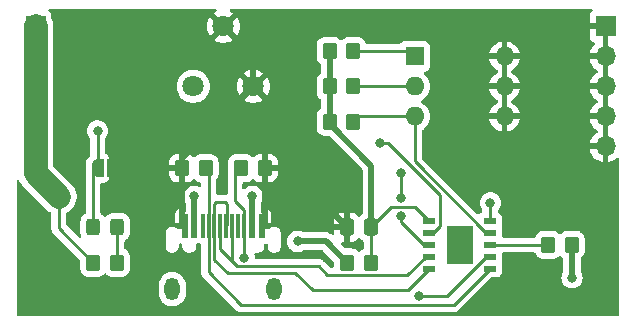
<source format=gtl>
%TF.GenerationSoftware,KiCad,Pcbnew,8.0.4*%
%TF.CreationDate,2025-01-04T18:25:06+00:00*%
%TF.ProjectId,breadboard_usb,62726561-6462-46f6-9172-645f7573622e,rev?*%
%TF.SameCoordinates,Original*%
%TF.FileFunction,Copper,L1,Top*%
%TF.FilePolarity,Positive*%
%FSLAX46Y46*%
G04 Gerber Fmt 4.6, Leading zero omitted, Abs format (unit mm)*
G04 Created by KiCad (PCBNEW 8.0.4) date 2025-01-04 18:25:06*
%MOMM*%
%LPD*%
G01*
G04 APERTURE LIST*
G04 Aperture macros list*
%AMRoundRect*
0 Rectangle with rounded corners*
0 $1 Rounding radius*
0 $2 $3 $4 $5 $6 $7 $8 $9 X,Y pos of 4 corners*
0 Add a 4 corners polygon primitive as box body*
4,1,4,$2,$3,$4,$5,$6,$7,$8,$9,$2,$3,0*
0 Add four circle primitives for the rounded corners*
1,1,$1+$1,$2,$3*
1,1,$1+$1,$4,$5*
1,1,$1+$1,$6,$7*
1,1,$1+$1,$8,$9*
0 Add four rect primitives between the rounded corners*
20,1,$1+$1,$2,$3,$4,$5,0*
20,1,$1+$1,$4,$5,$6,$7,0*
20,1,$1+$1,$6,$7,$8,$9,0*
20,1,$1+$1,$8,$9,$2,$3,0*%
%AMFreePoly0*
4,1,19,0.500000,-0.750000,0.000000,-0.750000,0.000000,-0.744911,-0.071157,-0.744911,-0.207708,-0.704816,-0.327430,-0.627875,-0.420627,-0.520320,-0.479746,-0.390866,-0.500000,-0.250000,-0.500000,0.250000,-0.479746,0.390866,-0.420627,0.520320,-0.327430,0.627875,-0.207708,0.704816,-0.071157,0.744911,0.000000,0.744911,0.000000,0.750000,0.500000,0.750000,0.500000,-0.750000,0.500000,-0.750000,
$1*%
%AMFreePoly1*
4,1,19,0.000000,0.744911,0.071157,0.744911,0.207708,0.704816,0.327430,0.627875,0.420627,0.520320,0.479746,0.390866,0.500000,0.250000,0.500000,-0.250000,0.479746,-0.390866,0.420627,-0.520320,0.327430,-0.627875,0.207708,-0.704816,0.071157,-0.744911,0.000000,-0.744911,0.000000,-0.750000,-0.500000,-0.750000,-0.500000,0.750000,0.000000,0.750000,0.000000,0.744911,0.000000,0.744911,
$1*%
G04 Aperture macros list end*
%TA.AperFunction,SMDPad,CuDef*%
%ADD10RoundRect,0.250000X0.350000X0.450000X-0.350000X0.450000X-0.350000X-0.450000X0.350000X-0.450000X0*%
%TD*%
%TA.AperFunction,SMDPad,CuDef*%
%ADD11FreePoly0,180.000000*%
%TD*%
%TA.AperFunction,SMDPad,CuDef*%
%ADD12FreePoly1,180.000000*%
%TD*%
%TA.AperFunction,SMDPad,CuDef*%
%ADD13RoundRect,0.250000X0.337500X0.475000X-0.337500X0.475000X-0.337500X-0.475000X0.337500X-0.475000X0*%
%TD*%
%TA.AperFunction,ComponentPad*%
%ADD14R,1.600000X1.600000*%
%TD*%
%TA.AperFunction,ComponentPad*%
%ADD15O,1.600000X1.600000*%
%TD*%
%TA.AperFunction,ComponentPad*%
%ADD16O,2.000000X3.000000*%
%TD*%
%TA.AperFunction,SMDPad,CuDef*%
%ADD17R,2.300000X3.200000*%
%TD*%
%TA.AperFunction,SMDPad,CuDef*%
%ADD18R,1.100000X0.510000*%
%TD*%
%TA.AperFunction,ComponentPad*%
%ADD19R,1.700000X1.700000*%
%TD*%
%TA.AperFunction,ComponentPad*%
%ADD20O,1.700000X1.700000*%
%TD*%
%TA.AperFunction,SMDPad,CuDef*%
%ADD21RoundRect,0.250000X-0.325000X-0.450000X0.325000X-0.450000X0.325000X0.450000X-0.325000X0.450000X0*%
%TD*%
%TA.AperFunction,SMDPad,CuDef*%
%ADD22RoundRect,0.250000X-0.350000X-0.450000X0.350000X-0.450000X0.350000X0.450000X-0.350000X0.450000X0*%
%TD*%
%TA.AperFunction,ComponentPad*%
%ADD23C,1.800000*%
%TD*%
%TA.AperFunction,SMDPad,CuDef*%
%ADD24R,0.600000X2.000000*%
%TD*%
%TA.AperFunction,SMDPad,CuDef*%
%ADD25R,0.300000X2.000000*%
%TD*%
%TA.AperFunction,ComponentPad*%
%ADD26O,1.300000X1.900000*%
%TD*%
%TA.AperFunction,ViaPad*%
%ADD27C,0.800000*%
%TD*%
%TA.AperFunction,Conductor*%
%ADD28C,0.500000*%
%TD*%
%TA.AperFunction,Conductor*%
%ADD29C,0.250000*%
%TD*%
%TA.AperFunction,Conductor*%
%ADD30C,2.000000*%
%TD*%
G04 APERTURE END LIST*
D10*
%TO.P,R29,1*%
%TO.N,/CFG3_2*%
X79000000Y-60080000D03*
%TO.P,R29,2*%
%TO.N,/VDD_2*%
X77000000Y-60080000D03*
%TD*%
%TO.P,R25,1*%
%TO.N,/CC1_2*%
X66500000Y-64000000D03*
%TO.P,R25,2*%
%TO.N,/GND_2*%
X64500000Y-64000000D03*
%TD*%
%TO.P,R27,1*%
%TO.N,/VBUS_2*%
X97500000Y-70500000D03*
%TO.P,R27,2*%
%TO.N,Net-(U5-VBUS)*%
X95500000Y-70500000D03*
%TD*%
D11*
%TO.P,JP4,1,A*%
%TO.N,/GND_2*%
X58650000Y-64000000D03*
D12*
%TO.P,JP4,2,B*%
%TO.N,/PG_2*%
X57350000Y-64000000D03*
%TD*%
D13*
%TO.P,C10,1*%
%TO.N,/VDD_2*%
X80537500Y-69000000D03*
%TO.P,C10,2*%
%TO.N,/GND_2*%
X78462500Y-69000000D03*
%TD*%
D14*
%TO.P,SW3,1*%
%TO.N,/CFG1_2*%
X84190000Y-54540000D03*
D15*
%TO.P,SW3,2*%
%TO.N,/CFG2_2*%
X84190000Y-57080000D03*
%TO.P,SW3,3*%
%TO.N,/CFG3_2*%
X84190000Y-59620000D03*
%TO.P,SW3,4*%
%TO.N,/GND_2*%
X91810000Y-59620000D03*
%TO.P,SW3,5*%
X91810000Y-57080000D03*
%TO.P,SW3,6*%
X91810000Y-54540000D03*
%TD*%
D16*
%TO.P,U5,0,GND*%
%TO.N,/GND_2*%
X88000000Y-70500000D03*
D17*
X88000000Y-70500000D03*
D18*
%TO.P,U5,1,VDD*%
%TO.N,/VDD_2*%
X85450000Y-68500000D03*
%TO.P,U5,2,CFG1*%
%TO.N,/CFG1_2*%
X85450000Y-69500000D03*
%TO.P,U5,3,CFG2*%
%TO.N,/CFG2_2*%
X85450000Y-70500000D03*
%TO.P,U5,4,DP*%
%TO.N,/DP_2*%
X85450000Y-71500000D03*
%TO.P,U5,5,DM*%
%TO.N,/DM_2*%
X85450000Y-72500000D03*
%TO.P,U5,6,CC1*%
%TO.N,/CC1_2*%
X90550000Y-72500000D03*
%TO.P,U5,7,CC2*%
%TO.N,/CC2_2*%
X90550000Y-71500000D03*
%TO.P,U5,8,VBUS*%
%TO.N,Net-(U5-VBUS)*%
X90550000Y-70500000D03*
%TO.P,U5,9,CFG3*%
%TO.N,/CFG3_2*%
X90550000Y-69500000D03*
%TO.P,U5,10,PG*%
%TO.N,/PG_2*%
X90550000Y-68500000D03*
%TD*%
D19*
%TO.P,J17,1,Pin_1*%
%TO.N,/GND_2*%
X100360000Y-52000000D03*
D20*
%TO.P,J17,2,Pin_2*%
X100360000Y-54540000D03*
%TO.P,J17,3,Pin_3*%
X100360000Y-57080000D03*
%TO.P,J17,4,Pin_4*%
X100360000Y-59620000D03*
%TO.P,J17,5,Pin_5*%
X100360000Y-62160000D03*
%TD*%
D10*
%TO.P,R30,1*%
%TO.N,/CFG2_2*%
X79000000Y-57080000D03*
%TO.P,R30,2*%
%TO.N,/VDD_2*%
X77000000Y-57080000D03*
%TD*%
D21*
%TO.P,D7,1,K*%
%TO.N,/PG_2*%
X56975000Y-69000000D03*
%TO.P,D7,2,A*%
%TO.N,Net-(D7-A)*%
X59025000Y-69000000D03*
%TD*%
D19*
%TO.P,J16,1,Pin_1*%
%TO.N,/VBUS_2*%
X52100000Y-52000000D03*
D20*
%TO.P,J16,2,Pin_2*%
X52100000Y-54540000D03*
%TO.P,J16,3,Pin_3*%
X52100000Y-57080000D03*
%TO.P,J16,4,Pin_4*%
X52100000Y-59620000D03*
%TO.P,J16,5,Pin_5*%
X52100000Y-62160000D03*
%TD*%
D22*
%TO.P,R24,1*%
%TO.N,/CC2_2*%
X69500000Y-64000000D03*
%TO.P,R24,2*%
%TO.N,/GND_2*%
X71500000Y-64000000D03*
%TD*%
%TO.P,R26,1*%
%TO.N,/VBUS_2*%
X57000000Y-72000000D03*
%TO.P,R26,2*%
%TO.N,Net-(D7-A)*%
X59000000Y-72000000D03*
%TD*%
D23*
%TO.P,RV1,1,1*%
%TO.N,/CFG1_2*%
X65460000Y-57080000D03*
%TO.P,RV1,2,2*%
%TO.N,/GND_2*%
X68000000Y-52000000D03*
%TO.P,RV1,3,3*%
X70540000Y-57080000D03*
%TD*%
D10*
%TO.P,R31,1*%
%TO.N,/CFG1_2*%
X79000000Y-54080000D03*
%TO.P,R31,2*%
%TO.N,/VDD_2*%
X77000000Y-54080000D03*
%TD*%
D22*
%TO.P,R28,1*%
%TO.N,/VBUS_2*%
X78500000Y-72000000D03*
%TO.P,R28,2*%
%TO.N,/VDD_2*%
X80500000Y-72000000D03*
%TD*%
D24*
%TO.P,J18,A1,GND*%
%TO.N,/GND_2*%
X64750000Y-68880000D03*
%TO.P,J18,A4,VBUS*%
%TO.N,/VBUS_2*%
X65550000Y-68880000D03*
D25*
%TO.P,J18,A5,CC1*%
%TO.N,/CC1_2*%
X66750000Y-68880000D03*
%TO.P,J18,A6,D+*%
%TO.N,/DP_2*%
X67750000Y-68880000D03*
%TO.P,J18,A7,D-*%
%TO.N,/DM_2*%
X68250000Y-68880000D03*
%TO.P,J18,A8,SBU1*%
%TO.N,unconnected-(J18-SBU1-PadA8)*%
X69250000Y-68880000D03*
D24*
%TO.P,J18,A9,VBUS*%
%TO.N,/VBUS_2*%
X70450000Y-68880000D03*
%TO.P,J18,A12,GND*%
%TO.N,/GND_2*%
X71250000Y-68880000D03*
%TO.P,J18,B1,GND*%
X71250000Y-68880000D03*
%TO.P,J18,B4,VBUS*%
%TO.N,/VBUS_2*%
X70450000Y-68880000D03*
D25*
%TO.P,J18,B5,CC2*%
%TO.N,/CC2_2*%
X69750000Y-68880000D03*
%TO.P,J18,B6,D+*%
%TO.N,/DP_2*%
X68750000Y-68880000D03*
%TO.P,J18,B7,D-*%
%TO.N,/DM_2*%
X67250000Y-68880000D03*
%TO.P,J18,B8,SBU2*%
%TO.N,unconnected-(J18-SBU2-PadB8)*%
X66250000Y-68880000D03*
D24*
%TO.P,J18,B9,VBUS*%
%TO.N,/VBUS_2*%
X65550000Y-68880000D03*
%TO.P,J18,B12,GND*%
%TO.N,/GND_2*%
X64750000Y-68880000D03*
D26*
%TO.P,J18,S1,SHIELD*%
%TO.N,unconnected-(J18-SHIELD-PadS1)_1*%
X63680000Y-74250000D03*
%TO.N,unconnected-(J18-SHIELD-PadS1)*%
X72320000Y-74250000D03*
%TD*%
D27*
%TO.N,/CC2_2*%
X84600000Y-74808872D03*
X69760000Y-71585000D03*
%TO.N,/VBUS_2*%
X54070000Y-66420000D03*
X97520000Y-73290000D03*
X70450000Y-66400000D03*
X74300000Y-70200000D03*
X65550000Y-66400000D03*
%TO.N,/GND_2*%
X61360000Y-69030000D03*
X61540000Y-63990000D03*
X73540000Y-66440000D03*
%TO.N,/CFG1_2*%
X81300000Y-61900000D03*
%TO.N,/CFG2_2*%
X83020000Y-68025000D03*
X83020000Y-66500000D03*
X83020000Y-64440000D03*
%TO.N,/PG_2*%
X90610000Y-66940000D03*
X57360000Y-60860000D03*
%TD*%
D28*
%TO.N,/VDD_2*%
X80537500Y-63787500D02*
X80537500Y-69000000D01*
X77000000Y-54080000D02*
X77000000Y-57080000D01*
X77000000Y-60080000D02*
X77000000Y-60250000D01*
D29*
X82237500Y-67300000D02*
X84250000Y-67300000D01*
X84250000Y-67300000D02*
X85450000Y-68500000D01*
X80500000Y-69037500D02*
X80537500Y-69000000D01*
X80500000Y-72000000D02*
X80500000Y-69037500D01*
D28*
X77000000Y-57080000D02*
X77000000Y-60080000D01*
D29*
X80537500Y-69000000D02*
X82237500Y-67300000D01*
D28*
X77000000Y-60250000D02*
X80537500Y-63787500D01*
D29*
%TO.N,/CC2_2*%
X68990000Y-66820000D02*
X68990000Y-64510000D01*
X69750000Y-71575000D02*
X69750000Y-68880000D01*
X69750000Y-67580000D02*
X68990000Y-66820000D01*
X69750000Y-68880000D02*
X69750000Y-67580000D01*
X68990000Y-64510000D02*
X69500000Y-64000000D01*
X86946128Y-74808872D02*
X90255000Y-71500000D01*
X90255000Y-71500000D02*
X90550000Y-71500000D01*
X69760000Y-71585000D02*
X69750000Y-71575000D01*
X84600000Y-74808872D02*
X86946128Y-74808872D01*
D28*
%TO.N,/VBUS_2*%
X70450000Y-68880000D02*
X70450000Y-66470000D01*
D29*
X57000000Y-72000000D02*
X54070000Y-69070000D01*
D28*
X97500000Y-70500000D02*
X97520000Y-73290000D01*
X76700000Y-70200000D02*
X78500000Y-72000000D01*
X97520000Y-73290000D02*
X97500000Y-73300000D01*
D29*
X54070000Y-69070000D02*
X54070000Y-66420000D01*
D30*
X52100000Y-52000000D02*
X52100000Y-64450000D01*
D28*
X74300000Y-70200000D02*
X76700000Y-70200000D01*
D30*
X52100000Y-64450000D02*
X54070000Y-66420000D01*
D28*
X65550000Y-68880000D02*
X65550000Y-66420000D01*
X97500000Y-73300000D02*
X97520000Y-73320000D01*
%TO.N,/GND_2*%
X71500000Y-64000000D02*
X73462500Y-64000000D01*
X61530000Y-64000000D02*
X58650000Y-64000000D01*
X64500000Y-64000000D02*
X61550000Y-64000000D01*
X61550000Y-64000000D02*
X61540000Y-63990000D01*
X64500000Y-66300000D02*
X64500000Y-64000000D01*
X73130000Y-66030000D02*
X73540000Y-66440000D01*
X63580000Y-66300000D02*
X61360000Y-68520000D01*
X73462500Y-64000000D02*
X78462500Y-69000000D01*
X70540000Y-57080000D02*
X70540000Y-54540000D01*
X64500000Y-64000000D02*
X64500000Y-63120000D01*
X64500000Y-63120000D02*
X70540000Y-57080000D01*
X64500000Y-66300000D02*
X63580000Y-66300000D01*
X71500000Y-66030000D02*
X73130000Y-66030000D01*
X70540000Y-54540000D02*
X68000000Y-52000000D01*
X71500000Y-58040000D02*
X70540000Y-57080000D01*
X71500000Y-68630000D02*
X71500000Y-66030000D01*
X71500000Y-64000000D02*
X71500000Y-58040000D01*
X61360000Y-68520000D02*
X61360000Y-69030000D01*
X61540000Y-63990000D02*
X61530000Y-64000000D01*
X71500000Y-66030000D02*
X71500000Y-64000000D01*
X71250000Y-68880000D02*
X71500000Y-68630000D01*
X64750000Y-68880000D02*
X64500000Y-68630000D01*
X64500000Y-68630000D02*
X64500000Y-66300000D01*
D29*
%TO.N,/DP_2*%
X69200000Y-72310000D02*
X67750000Y-70860000D01*
X76074695Y-72310000D02*
X69200000Y-72310000D01*
X68750000Y-71860000D02*
X68815000Y-71925000D01*
X68750000Y-68880000D02*
X68750000Y-71860000D01*
X85450000Y-71500000D02*
X85130000Y-71500000D01*
X83580000Y-73050000D02*
X76814695Y-73050000D01*
X67750000Y-70860000D02*
X67750000Y-68880000D01*
X76814695Y-73050000D02*
X76074695Y-72310000D01*
X85130000Y-71500000D02*
X83580000Y-73050000D01*
%TO.N,/DM_2*%
X67410000Y-66860000D02*
X68140000Y-66860000D01*
X68275000Y-66995000D02*
X68275000Y-68855000D01*
X67250000Y-68880000D02*
X67250000Y-67020000D01*
X85450000Y-72500000D02*
X83610000Y-74340000D01*
X83610000Y-74340000D02*
X75560000Y-74340000D01*
X75560000Y-74340000D02*
X74100000Y-72880000D01*
X68140000Y-66860000D02*
X68275000Y-66995000D01*
X67250000Y-67020000D02*
X67410000Y-66860000D01*
X68370000Y-72880000D02*
X67250000Y-71760000D01*
X68275000Y-68855000D02*
X68250000Y-68880000D01*
X74100000Y-72880000D02*
X68370000Y-72880000D01*
X67250000Y-71760000D02*
X67250000Y-68880000D01*
%TO.N,/CC1_2*%
X66750000Y-64250000D02*
X66500000Y-64000000D01*
X66750000Y-72800000D02*
X69510000Y-75560000D01*
X69510000Y-75560000D02*
X87490000Y-75560000D01*
X87490000Y-75560000D02*
X90550000Y-72500000D01*
X66750000Y-68880000D02*
X66750000Y-72800000D01*
X66750000Y-68880000D02*
X66750000Y-64250000D01*
%TO.N,/CFG1_2*%
X81950000Y-61900000D02*
X86325000Y-66275000D01*
X81300000Y-61900000D02*
X81950000Y-61900000D01*
X79000000Y-54080000D02*
X83730000Y-54080000D01*
X86325000Y-66275000D02*
X86325000Y-68920000D01*
X86325000Y-68920000D02*
X85745000Y-69500000D01*
X85745000Y-69500000D02*
X85450000Y-69500000D01*
X83730000Y-54080000D02*
X84190000Y-54540000D01*
%TO.N,/CFG2_2*%
X83020000Y-64440000D02*
X83020000Y-64430000D01*
X83020000Y-68025000D02*
X83020000Y-68525000D01*
X79000000Y-57080000D02*
X84190000Y-57080000D01*
X83020000Y-66500000D02*
X83020000Y-64440000D01*
X84995000Y-70500000D02*
X85450000Y-70500000D01*
X83020000Y-68525000D02*
X84995000Y-70500000D01*
%TO.N,/CFG3_2*%
X84190000Y-63435000D02*
X84190000Y-59620000D01*
X84190000Y-59620000D02*
X79460000Y-59620000D01*
X90550000Y-69500000D02*
X90255000Y-69500000D01*
X90255000Y-69500000D02*
X84190000Y-63435000D01*
X79460000Y-59620000D02*
X79000000Y-60080000D01*
%TO.N,/PG_2*%
X57350000Y-60870000D02*
X57360000Y-60860000D01*
X90550000Y-67000000D02*
X90550000Y-68500000D01*
X56975000Y-69000000D02*
X56975000Y-64375000D01*
X56975000Y-64375000D02*
X57350000Y-64000000D01*
X57350000Y-64000000D02*
X57350000Y-60870000D01*
X90610000Y-66940000D02*
X90550000Y-67000000D01*
%TO.N,Net-(D7-A)*%
X59000000Y-69025000D02*
X59025000Y-69000000D01*
X59000000Y-72000000D02*
X59000000Y-69025000D01*
%TO.N,Net-(U5-VBUS)*%
X90550000Y-70500000D02*
X95500000Y-70500000D01*
%TD*%
%TA.AperFunction,Conductor*%
%TO.N,/GND_2*%
G36*
X92060000Y-59304314D02*
G01*
X92055606Y-59299920D01*
X91964394Y-59247259D01*
X91862661Y-59220000D01*
X91757339Y-59220000D01*
X91655606Y-59247259D01*
X91564394Y-59299920D01*
X91560000Y-59304314D01*
X91560000Y-57395686D01*
X91564394Y-57400080D01*
X91655606Y-57452741D01*
X91757339Y-57480000D01*
X91862661Y-57480000D01*
X91964394Y-57452741D01*
X92055606Y-57400080D01*
X92060000Y-57395686D01*
X92060000Y-59304314D01*
G37*
%TD.AperFunction*%
%TA.AperFunction,Conductor*%
G36*
X92060000Y-56764314D02*
G01*
X92055606Y-56759920D01*
X91964394Y-56707259D01*
X91862661Y-56680000D01*
X91757339Y-56680000D01*
X91655606Y-56707259D01*
X91564394Y-56759920D01*
X91560000Y-56764314D01*
X91560000Y-54855686D01*
X91564394Y-54860080D01*
X91655606Y-54912741D01*
X91757339Y-54940000D01*
X91862661Y-54940000D01*
X91964394Y-54912741D01*
X92055606Y-54860080D01*
X92060000Y-54855686D01*
X92060000Y-56764314D01*
G37*
%TD.AperFunction*%
%TA.AperFunction,Conductor*%
G36*
X67407629Y-50519685D02*
G01*
X67453384Y-50572489D01*
X67463328Y-50641647D01*
X67434303Y-50705203D01*
X67399607Y-50733055D01*
X67231652Y-50823947D01*
X67201200Y-50847647D01*
X67870591Y-51517037D01*
X67807007Y-51534075D01*
X67692993Y-51599901D01*
X67599901Y-51692993D01*
X67534075Y-51807007D01*
X67517037Y-51870591D01*
X66848811Y-51202365D01*
X66764516Y-51331390D01*
X66671317Y-51543864D01*
X66614361Y-51768781D01*
X66595202Y-51999994D01*
X66595202Y-52000005D01*
X66614361Y-52231218D01*
X66671317Y-52456135D01*
X66764515Y-52668606D01*
X66848812Y-52797633D01*
X67517037Y-52129408D01*
X67534075Y-52192993D01*
X67599901Y-52307007D01*
X67692993Y-52400099D01*
X67807007Y-52465925D01*
X67870590Y-52482962D01*
X67201201Y-53152351D01*
X67231649Y-53176050D01*
X67435697Y-53286476D01*
X67435706Y-53286479D01*
X67655139Y-53361811D01*
X67883993Y-53400000D01*
X68116007Y-53400000D01*
X68344860Y-53361811D01*
X68564293Y-53286479D01*
X68564301Y-53286476D01*
X68768355Y-53176047D01*
X68798797Y-53152351D01*
X68798798Y-53152350D01*
X68129410Y-52482962D01*
X68192993Y-52465925D01*
X68307007Y-52400099D01*
X68400099Y-52307007D01*
X68465925Y-52192993D01*
X68482962Y-52129409D01*
X69151186Y-52797633D01*
X69235482Y-52668611D01*
X69328682Y-52456135D01*
X69385638Y-52231218D01*
X69404798Y-52000005D01*
X69404798Y-51999994D01*
X69385638Y-51768781D01*
X69328682Y-51543864D01*
X69235484Y-51331393D01*
X69151186Y-51202365D01*
X68482962Y-51870589D01*
X68465925Y-51807007D01*
X68400099Y-51692993D01*
X68307007Y-51599901D01*
X68192993Y-51534075D01*
X68129409Y-51517037D01*
X68798797Y-50847647D01*
X68798797Y-50847645D01*
X68768360Y-50823955D01*
X68768349Y-50823948D01*
X68600393Y-50733055D01*
X68550802Y-50683835D01*
X68535694Y-50615619D01*
X68559864Y-50550063D01*
X68615640Y-50507982D01*
X68659410Y-50500000D01*
X99171399Y-50500000D01*
X99238438Y-50519685D01*
X99284193Y-50572489D01*
X99294137Y-50641647D01*
X99265112Y-50705203D01*
X99245710Y-50723266D01*
X99152812Y-50792809D01*
X99152809Y-50792812D01*
X99066649Y-50907906D01*
X99066645Y-50907913D01*
X99016403Y-51042620D01*
X99016401Y-51042627D01*
X99010000Y-51102155D01*
X99010000Y-51750000D01*
X99926988Y-51750000D01*
X99894075Y-51807007D01*
X99860000Y-51934174D01*
X99860000Y-52065826D01*
X99894075Y-52192993D01*
X99926988Y-52250000D01*
X99010000Y-52250000D01*
X99010000Y-52897844D01*
X99016401Y-52957372D01*
X99016403Y-52957379D01*
X99066645Y-53092086D01*
X99066649Y-53092093D01*
X99152809Y-53207187D01*
X99152812Y-53207190D01*
X99267906Y-53293350D01*
X99267913Y-53293354D01*
X99399986Y-53342614D01*
X99455920Y-53384485D01*
X99480337Y-53449949D01*
X99465486Y-53518222D01*
X99444335Y-53546477D01*
X99321886Y-53668926D01*
X99186400Y-53862420D01*
X99186399Y-53862422D01*
X99086570Y-54076507D01*
X99086567Y-54076513D01*
X99029364Y-54289999D01*
X99029364Y-54290000D01*
X99926988Y-54290000D01*
X99894075Y-54347007D01*
X99860000Y-54474174D01*
X99860000Y-54605826D01*
X99894075Y-54732993D01*
X99926988Y-54790000D01*
X99029364Y-54790000D01*
X99086567Y-55003486D01*
X99086570Y-55003492D01*
X99186399Y-55217578D01*
X99321894Y-55411082D01*
X99488917Y-55578105D01*
X99675031Y-55708425D01*
X99718656Y-55763003D01*
X99725848Y-55832501D01*
X99694326Y-55894856D01*
X99675031Y-55911575D01*
X99488922Y-56041890D01*
X99488920Y-56041891D01*
X99321891Y-56208920D01*
X99321886Y-56208926D01*
X99186400Y-56402420D01*
X99186399Y-56402422D01*
X99086570Y-56616507D01*
X99086567Y-56616513D01*
X99029364Y-56829999D01*
X99029364Y-56830000D01*
X99926988Y-56830000D01*
X99894075Y-56887007D01*
X99860000Y-57014174D01*
X99860000Y-57145826D01*
X99894075Y-57272993D01*
X99926988Y-57330000D01*
X99029364Y-57330000D01*
X99086567Y-57543486D01*
X99086570Y-57543492D01*
X99186399Y-57757578D01*
X99321894Y-57951082D01*
X99488917Y-58118105D01*
X99675031Y-58248425D01*
X99718656Y-58303003D01*
X99725848Y-58372501D01*
X99694326Y-58434856D01*
X99675031Y-58451575D01*
X99488922Y-58581890D01*
X99488920Y-58581891D01*
X99321891Y-58748920D01*
X99321886Y-58748926D01*
X99186400Y-58942420D01*
X99186399Y-58942422D01*
X99086570Y-59156507D01*
X99086567Y-59156513D01*
X99029364Y-59369999D01*
X99029364Y-59370000D01*
X99926988Y-59370000D01*
X99894075Y-59427007D01*
X99860000Y-59554174D01*
X99860000Y-59685826D01*
X99894075Y-59812993D01*
X99926988Y-59870000D01*
X99029364Y-59870000D01*
X99086567Y-60083486D01*
X99086570Y-60083492D01*
X99186399Y-60297578D01*
X99321894Y-60491082D01*
X99488917Y-60658105D01*
X99675031Y-60788425D01*
X99718656Y-60843003D01*
X99725848Y-60912501D01*
X99694326Y-60974856D01*
X99675031Y-60991575D01*
X99488922Y-61121890D01*
X99488920Y-61121891D01*
X99321891Y-61288920D01*
X99321886Y-61288926D01*
X99186400Y-61482420D01*
X99186399Y-61482422D01*
X99086570Y-61696507D01*
X99086567Y-61696513D01*
X99029364Y-61909999D01*
X99029364Y-61910000D01*
X99926988Y-61910000D01*
X99894075Y-61967007D01*
X99860000Y-62094174D01*
X99860000Y-62225826D01*
X99894075Y-62352993D01*
X99926988Y-62410000D01*
X99029364Y-62410000D01*
X99086567Y-62623486D01*
X99086570Y-62623492D01*
X99186399Y-62837578D01*
X99321894Y-63031082D01*
X99488917Y-63198105D01*
X99682421Y-63333600D01*
X99896507Y-63433429D01*
X99896516Y-63433433D01*
X100110000Y-63490634D01*
X100110000Y-62593012D01*
X100167007Y-62625925D01*
X100294174Y-62660000D01*
X100425826Y-62660000D01*
X100552993Y-62625925D01*
X100610000Y-62593012D01*
X100610000Y-63490633D01*
X100823483Y-63433433D01*
X100823492Y-63433429D01*
X101037578Y-63333600D01*
X101231082Y-63198105D01*
X101288319Y-63140869D01*
X101349642Y-63107384D01*
X101419334Y-63112368D01*
X101475267Y-63154240D01*
X101499684Y-63219704D01*
X101500000Y-63228550D01*
X101500000Y-76376000D01*
X101480315Y-76443039D01*
X101427511Y-76488794D01*
X101376000Y-76500000D01*
X50624000Y-76500000D01*
X50556961Y-76480315D01*
X50511206Y-76427511D01*
X50500000Y-76376000D01*
X50500000Y-73859448D01*
X62529500Y-73859448D01*
X62529500Y-74640551D01*
X62557829Y-74819410D01*
X62613787Y-74991636D01*
X62613788Y-74991639D01*
X62696006Y-75152997D01*
X62802441Y-75299494D01*
X62802445Y-75299499D01*
X62930500Y-75427554D01*
X62930505Y-75427558D01*
X63058287Y-75520396D01*
X63077006Y-75533996D01*
X63182484Y-75587740D01*
X63238360Y-75616211D01*
X63238363Y-75616212D01*
X63324476Y-75644191D01*
X63410591Y-75672171D01*
X63493429Y-75685291D01*
X63589449Y-75700500D01*
X63589454Y-75700500D01*
X63770551Y-75700500D01*
X63857259Y-75686765D01*
X63949409Y-75672171D01*
X64121639Y-75616211D01*
X64282994Y-75533996D01*
X64429501Y-75427553D01*
X64557553Y-75299501D01*
X64663996Y-75152994D01*
X64746211Y-74991639D01*
X64802171Y-74819409D01*
X64817469Y-74722819D01*
X64830500Y-74640551D01*
X64830500Y-73859448D01*
X64807966Y-73717181D01*
X64802171Y-73680591D01*
X64768834Y-73577989D01*
X64746212Y-73508363D01*
X64746211Y-73508360D01*
X64714251Y-73445637D01*
X64663996Y-73347006D01*
X64622579Y-73290000D01*
X64557558Y-73200505D01*
X64557553Y-73200499D01*
X64429499Y-73072445D01*
X64429494Y-73072441D01*
X64282997Y-72966006D01*
X64282996Y-72966005D01*
X64282994Y-72966004D01*
X64223127Y-72935500D01*
X64121639Y-72883788D01*
X64121636Y-72883787D01*
X63949410Y-72827829D01*
X63770551Y-72799500D01*
X63770546Y-72799500D01*
X63589454Y-72799500D01*
X63589449Y-72799500D01*
X63410589Y-72827829D01*
X63238363Y-72883787D01*
X63238360Y-72883788D01*
X63077002Y-72966006D01*
X62930505Y-73072441D01*
X62930500Y-73072445D01*
X62802447Y-73200499D01*
X62802441Y-73200505D01*
X62696006Y-73347002D01*
X62613788Y-73508360D01*
X62613787Y-73508363D01*
X62557829Y-73680589D01*
X62529500Y-73859448D01*
X50500000Y-73859448D01*
X50500000Y-65131456D01*
X50519685Y-65064417D01*
X50572489Y-65018662D01*
X50641647Y-65008718D01*
X50705203Y-65037743D01*
X50734484Y-65075160D01*
X50816657Y-65236434D01*
X50920601Y-65379500D01*
X50955484Y-65427511D01*
X50955485Y-65427512D01*
X53092491Y-67564519D01*
X53092496Y-67564523D01*
X53283565Y-67703342D01*
X53283567Y-67703343D01*
X53376794Y-67750844D01*
X53427590Y-67798818D01*
X53444500Y-67861329D01*
X53444500Y-69131606D01*
X53467868Y-69249091D01*
X53467870Y-69249103D01*
X53468535Y-69252446D01*
X53468536Y-69252448D01*
X53515686Y-69366283D01*
X53515687Y-69366285D01*
X53515688Y-69366286D01*
X53537369Y-69398733D01*
X53584141Y-69468732D01*
X53584144Y-69468736D01*
X53675586Y-69560178D01*
X53675608Y-69560198D01*
X55863181Y-71747771D01*
X55896666Y-71809094D01*
X55899500Y-71835452D01*
X55899500Y-72500001D01*
X55899501Y-72500019D01*
X55910000Y-72602796D01*
X55910001Y-72602799D01*
X55962550Y-72761380D01*
X55965186Y-72769334D01*
X56057288Y-72918656D01*
X56181344Y-73042712D01*
X56330666Y-73134814D01*
X56497203Y-73189999D01*
X56599991Y-73200500D01*
X57400008Y-73200499D01*
X57400016Y-73200498D01*
X57400019Y-73200498D01*
X57456302Y-73194748D01*
X57502797Y-73189999D01*
X57669334Y-73134814D01*
X57818656Y-73042712D01*
X57912319Y-72949049D01*
X57973642Y-72915564D01*
X58043334Y-72920548D01*
X58087681Y-72949049D01*
X58181344Y-73042712D01*
X58330666Y-73134814D01*
X58497203Y-73189999D01*
X58599991Y-73200500D01*
X59400008Y-73200499D01*
X59400016Y-73200498D01*
X59400019Y-73200498D01*
X59456302Y-73194748D01*
X59502797Y-73189999D01*
X59669334Y-73134814D01*
X59818656Y-73042712D01*
X59942712Y-72918656D01*
X60034814Y-72769334D01*
X60089999Y-72602797D01*
X60100500Y-72500009D01*
X60100499Y-71499992D01*
X60089999Y-71397203D01*
X60034814Y-71230666D01*
X59942712Y-71081344D01*
X59818656Y-70957288D01*
X59684402Y-70874480D01*
X59637679Y-70822533D01*
X59625500Y-70768942D01*
X59625500Y-70231057D01*
X59645185Y-70164018D01*
X59684401Y-70125520D01*
X59818656Y-70042712D01*
X59942712Y-69918656D01*
X60034814Y-69769334D01*
X60089999Y-69602797D01*
X60100500Y-69500009D01*
X60100500Y-69447525D01*
X63129500Y-69447525D01*
X63129500Y-70692475D01*
X63166599Y-70830927D01*
X63167017Y-70832488D01*
X63239488Y-70958011D01*
X63239490Y-70958013D01*
X63239491Y-70958015D01*
X63341985Y-71060509D01*
X63341986Y-71060510D01*
X63341988Y-71060511D01*
X63467511Y-71132982D01*
X63467512Y-71132982D01*
X63467515Y-71132984D01*
X63607525Y-71170500D01*
X63607528Y-71170500D01*
X63752472Y-71170500D01*
X63752475Y-71170500D01*
X63892485Y-71132984D01*
X64018015Y-71060509D01*
X64120509Y-70958015D01*
X64192984Y-70832485D01*
X64230500Y-70692475D01*
X64230500Y-70499589D01*
X64250185Y-70432550D01*
X64302989Y-70386795D01*
X64367758Y-70376300D01*
X64402160Y-70379999D01*
X64402172Y-70380000D01*
X64412094Y-70380000D01*
X64479133Y-70399685D01*
X64524888Y-70452489D01*
X64534422Y-70516107D01*
X64534500Y-70516107D01*
X64534500Y-70516629D01*
X64535033Y-70520186D01*
X64534501Y-70524229D01*
X64534500Y-70524234D01*
X64534500Y-70675766D01*
X64538977Y-70692475D01*
X64573719Y-70822136D01*
X64598575Y-70865187D01*
X64649485Y-70953365D01*
X64756635Y-71060515D01*
X64887865Y-71136281D01*
X65034234Y-71175500D01*
X65034236Y-71175500D01*
X65185764Y-71175500D01*
X65185766Y-71175500D01*
X65332135Y-71136281D01*
X65463365Y-71060515D01*
X65570515Y-70953365D01*
X65646281Y-70822135D01*
X65685500Y-70675766D01*
X65685500Y-70524234D01*
X65685500Y-70524229D01*
X65685033Y-70520682D01*
X65685500Y-70517687D01*
X65685500Y-70516107D01*
X65685747Y-70516107D01*
X65695800Y-70451647D01*
X65742181Y-70399392D01*
X65807972Y-70380499D01*
X65897871Y-70380499D01*
X65897872Y-70380499D01*
X65957483Y-70374091D01*
X65957487Y-70374089D01*
X65961743Y-70373632D01*
X65988254Y-70373633D01*
X66013756Y-70376375D01*
X66078307Y-70403113D01*
X66118155Y-70460506D01*
X66124500Y-70499664D01*
X66124500Y-72861607D01*
X66125038Y-72864312D01*
X66125038Y-72864319D01*
X66148534Y-72982441D01*
X66148537Y-72982451D01*
X66152720Y-72992549D01*
X66152721Y-72992553D01*
X66195685Y-73096280D01*
X66195687Y-73096283D01*
X66195688Y-73096286D01*
X66221432Y-73134814D01*
X66229914Y-73147507D01*
X66229915Y-73147509D01*
X66264140Y-73198731D01*
X66264141Y-73198732D01*
X66264142Y-73198733D01*
X66351267Y-73285858D01*
X66351268Y-73285858D01*
X66358335Y-73292925D01*
X66358334Y-73292925D01*
X66358338Y-73292928D01*
X69111262Y-76045854D01*
X69111265Y-76045857D01*
X69162490Y-76080084D01*
X69213714Y-76114311D01*
X69327548Y-76161463D01*
X69448388Y-76185499D01*
X69448392Y-76185500D01*
X69448393Y-76185500D01*
X87551607Y-76185500D01*
X87612029Y-76173481D01*
X87672452Y-76161463D01*
X87672455Y-76161461D01*
X87672458Y-76161461D01*
X87705787Y-76147654D01*
X87705786Y-76147654D01*
X87705792Y-76147652D01*
X87786286Y-76114312D01*
X87837509Y-76080084D01*
X87888733Y-76045858D01*
X87975858Y-75958733D01*
X87975858Y-75958731D01*
X87986066Y-75948524D01*
X87986067Y-75948521D01*
X90642772Y-73291818D01*
X90704095Y-73258333D01*
X90730453Y-73255499D01*
X91147871Y-73255499D01*
X91147872Y-73255499D01*
X91207483Y-73249091D01*
X91342331Y-73198796D01*
X91457546Y-73112546D01*
X91543796Y-72997331D01*
X91594091Y-72862483D01*
X91600500Y-72802873D01*
X91600499Y-72197128D01*
X91594091Y-72137517D01*
X91558961Y-72043330D01*
X91553978Y-71973642D01*
X91558958Y-71956679D01*
X91594091Y-71862483D01*
X91600500Y-71802873D01*
X91600499Y-71249499D01*
X91620183Y-71182461D01*
X91672987Y-71136706D01*
X91724499Y-71125500D01*
X94327983Y-71125500D01*
X94395022Y-71145185D01*
X94440777Y-71197989D01*
X94445686Y-71210489D01*
X94465186Y-71269334D01*
X94557288Y-71418656D01*
X94681344Y-71542712D01*
X94830666Y-71634814D01*
X94997203Y-71689999D01*
X95099991Y-71700500D01*
X95900008Y-71700499D01*
X95900016Y-71700498D01*
X95900019Y-71700498D01*
X95956302Y-71694748D01*
X96002797Y-71689999D01*
X96169334Y-71634814D01*
X96318656Y-71542712D01*
X96412319Y-71449049D01*
X96473642Y-71415564D01*
X96543334Y-71420548D01*
X96587681Y-71449049D01*
X96681346Y-71542714D01*
X96698883Y-71553531D01*
X96745606Y-71605479D01*
X96757781Y-71658179D01*
X96765690Y-72761380D01*
X96749081Y-72824268D01*
X96692820Y-72921716D01*
X96636101Y-73096280D01*
X96634326Y-73101744D01*
X96614540Y-73290000D01*
X96634326Y-73478256D01*
X96634327Y-73478259D01*
X96692818Y-73658277D01*
X96692821Y-73658284D01*
X96787467Y-73822216D01*
X96867581Y-73911191D01*
X96914129Y-73962888D01*
X97067265Y-74074148D01*
X97067270Y-74074151D01*
X97240192Y-74151142D01*
X97240197Y-74151144D01*
X97425354Y-74190500D01*
X97425355Y-74190500D01*
X97614644Y-74190500D01*
X97614646Y-74190500D01*
X97799803Y-74151144D01*
X97972730Y-74074151D01*
X98125871Y-73962888D01*
X98252533Y-73822216D01*
X98347179Y-73658284D01*
X98405674Y-73478256D01*
X98425460Y-73290000D01*
X98405674Y-73101744D01*
X98347179Y-72921716D01*
X98283257Y-72811000D01*
X98266647Y-72749889D01*
X98264234Y-72413294D01*
X98258761Y-71649752D01*
X98277965Y-71582574D01*
X98313321Y-71547618D01*
X98312987Y-71547195D01*
X98316796Y-71544182D01*
X98317666Y-71543322D01*
X98318656Y-71542712D01*
X98442712Y-71418656D01*
X98534814Y-71269334D01*
X98589999Y-71102797D01*
X98600500Y-71000009D01*
X98600499Y-69999992D01*
X98594240Y-69938724D01*
X98589999Y-69897203D01*
X98589998Y-69897200D01*
X98580349Y-69868081D01*
X98534814Y-69730666D01*
X98442712Y-69581344D01*
X98318656Y-69457288D01*
X98223718Y-69398730D01*
X98169336Y-69365187D01*
X98169331Y-69365185D01*
X98089872Y-69338855D01*
X98002797Y-69310001D01*
X98002795Y-69310000D01*
X97900010Y-69299500D01*
X97099998Y-69299500D01*
X97099980Y-69299501D01*
X96997203Y-69310000D01*
X96997200Y-69310001D01*
X96830668Y-69365185D01*
X96830663Y-69365187D01*
X96681342Y-69457289D01*
X96587681Y-69550951D01*
X96526358Y-69584436D01*
X96456666Y-69579452D01*
X96412319Y-69550951D01*
X96318657Y-69457289D01*
X96318656Y-69457288D01*
X96223718Y-69398730D01*
X96169336Y-69365187D01*
X96169331Y-69365185D01*
X96089872Y-69338855D01*
X96002797Y-69310001D01*
X96002795Y-69310000D01*
X95900010Y-69299500D01*
X95099998Y-69299500D01*
X95099980Y-69299501D01*
X94997203Y-69310000D01*
X94997200Y-69310001D01*
X94830668Y-69365185D01*
X94830663Y-69365187D01*
X94681342Y-69457289D01*
X94557289Y-69581342D01*
X94465187Y-69730663D01*
X94465186Y-69730666D01*
X94445689Y-69789505D01*
X94405916Y-69846949D01*
X94341400Y-69873772D01*
X94327983Y-69874500D01*
X91724500Y-69874500D01*
X91657461Y-69854815D01*
X91611706Y-69802011D01*
X91600500Y-69750500D01*
X91600499Y-69197129D01*
X91600498Y-69197123D01*
X91598870Y-69181982D01*
X91594091Y-69137517D01*
X91558961Y-69043330D01*
X91553978Y-68973642D01*
X91558958Y-68956679D01*
X91594091Y-68862483D01*
X91600500Y-68802873D01*
X91600499Y-68197128D01*
X91595299Y-68148757D01*
X91594091Y-68137516D01*
X91543797Y-68002671D01*
X91543793Y-68002664D01*
X91457547Y-67887455D01*
X91457544Y-67887452D01*
X91342335Y-67801206D01*
X91342329Y-67801203D01*
X91291512Y-67782249D01*
X91235578Y-67740377D01*
X91211162Y-67674912D01*
X91226014Y-67606639D01*
X91242689Y-67583102D01*
X91342533Y-67472216D01*
X91437179Y-67308284D01*
X91495674Y-67128256D01*
X91515460Y-66940000D01*
X91495674Y-66751744D01*
X91437179Y-66571716D01*
X91342533Y-66407784D01*
X91215871Y-66267112D01*
X91215870Y-66267111D01*
X91062734Y-66155851D01*
X91062729Y-66155848D01*
X90889807Y-66078857D01*
X90889802Y-66078855D01*
X90744001Y-66047865D01*
X90704646Y-66039500D01*
X90515354Y-66039500D01*
X90482897Y-66046398D01*
X90330197Y-66078855D01*
X90330192Y-66078857D01*
X90157270Y-66155848D01*
X90157265Y-66155851D01*
X90004129Y-66267111D01*
X89877466Y-66407785D01*
X89782821Y-66571715D01*
X89782818Y-66571722D01*
X89726293Y-66745690D01*
X89724326Y-66751744D01*
X89704540Y-66940000D01*
X89724326Y-67128256D01*
X89724327Y-67128259D01*
X89782818Y-67308277D01*
X89782821Y-67308284D01*
X89877467Y-67472216D01*
X89892649Y-67489077D01*
X89922879Y-67552068D01*
X89924500Y-67572050D01*
X89924500Y-67652884D01*
X89904815Y-67719923D01*
X89852011Y-67765678D01*
X89843834Y-67769066D01*
X89757669Y-67801203D01*
X89757664Y-67801206D01*
X89662468Y-67872471D01*
X89597004Y-67896889D01*
X89528731Y-67882038D01*
X89500476Y-67860886D01*
X84851819Y-63212229D01*
X84818334Y-63150906D01*
X84815500Y-63124548D01*
X84815500Y-60834188D01*
X84835185Y-60767149D01*
X84868377Y-60732613D01*
X84974786Y-60658105D01*
X85029139Y-60620047D01*
X85190047Y-60459139D01*
X85320568Y-60272734D01*
X85416739Y-60066496D01*
X85475635Y-59846692D01*
X85495468Y-59620000D01*
X85475635Y-59393308D01*
X85416739Y-59173504D01*
X85320568Y-58967266D01*
X85190047Y-58780861D01*
X85190045Y-58780858D01*
X85029141Y-58619954D01*
X84842734Y-58489432D01*
X84842728Y-58489429D01*
X84784725Y-58462382D01*
X84732285Y-58416210D01*
X84713133Y-58349017D01*
X84733348Y-58282135D01*
X84784725Y-58237618D01*
X84792576Y-58233957D01*
X84842734Y-58210568D01*
X85029139Y-58080047D01*
X85190047Y-57919139D01*
X85320568Y-57732734D01*
X85416739Y-57526496D01*
X85475635Y-57306692D01*
X85492634Y-57112384D01*
X85495468Y-57080001D01*
X85495468Y-57079998D01*
X85475635Y-56853313D01*
X85475635Y-56853308D01*
X85416739Y-56633504D01*
X85320568Y-56427266D01*
X85190047Y-56240861D01*
X85190045Y-56240858D01*
X85029143Y-56079956D01*
X85004536Y-56062726D01*
X84960912Y-56008149D01*
X84953719Y-55938650D01*
X84985241Y-55876296D01*
X85045471Y-55840882D01*
X85062404Y-55837861D01*
X85097483Y-55834091D01*
X85232331Y-55783796D01*
X85347546Y-55697546D01*
X85433796Y-55582331D01*
X85484091Y-55447483D01*
X85490500Y-55387873D01*
X85490499Y-54289999D01*
X90531127Y-54289999D01*
X90531128Y-54290000D01*
X91494314Y-54290000D01*
X91489920Y-54294394D01*
X91437259Y-54385606D01*
X91410000Y-54487339D01*
X91410000Y-54592661D01*
X91437259Y-54694394D01*
X91489920Y-54785606D01*
X91494314Y-54790000D01*
X90531128Y-54790000D01*
X90583730Y-54986317D01*
X90583734Y-54986326D01*
X90679865Y-55192482D01*
X90810342Y-55378820D01*
X90971179Y-55539657D01*
X91157517Y-55670134D01*
X91216457Y-55697618D01*
X91268896Y-55743790D01*
X91288048Y-55810984D01*
X91267832Y-55877865D01*
X91216457Y-55922382D01*
X91157517Y-55949865D01*
X90971179Y-56080342D01*
X90810342Y-56241179D01*
X90679865Y-56427517D01*
X90583734Y-56633673D01*
X90583730Y-56633682D01*
X90531127Y-56829999D01*
X90531128Y-56830000D01*
X91494314Y-56830000D01*
X91489920Y-56834394D01*
X91437259Y-56925606D01*
X91410000Y-57027339D01*
X91410000Y-57132661D01*
X91437259Y-57234394D01*
X91489920Y-57325606D01*
X91494314Y-57330000D01*
X90531128Y-57330000D01*
X90583730Y-57526317D01*
X90583734Y-57526326D01*
X90679865Y-57732482D01*
X90810342Y-57918820D01*
X90971179Y-58079657D01*
X91157517Y-58210134D01*
X91216457Y-58237618D01*
X91268896Y-58283790D01*
X91288048Y-58350984D01*
X91267832Y-58417865D01*
X91216457Y-58462382D01*
X91157517Y-58489865D01*
X90971179Y-58620342D01*
X90810342Y-58781179D01*
X90679865Y-58967517D01*
X90583734Y-59173673D01*
X90583730Y-59173682D01*
X90531127Y-59369999D01*
X90531128Y-59370000D01*
X91494314Y-59370000D01*
X91489920Y-59374394D01*
X91437259Y-59465606D01*
X91410000Y-59567339D01*
X91410000Y-59672661D01*
X91437259Y-59774394D01*
X91489920Y-59865606D01*
X91494314Y-59870000D01*
X90531128Y-59870000D01*
X90583730Y-60066317D01*
X90583734Y-60066326D01*
X90679865Y-60272482D01*
X90810342Y-60458820D01*
X90971179Y-60619657D01*
X91157517Y-60750134D01*
X91363673Y-60846265D01*
X91363682Y-60846269D01*
X91559999Y-60898872D01*
X91560000Y-60898871D01*
X91560000Y-59935686D01*
X91564394Y-59940080D01*
X91655606Y-59992741D01*
X91757339Y-60020000D01*
X91862661Y-60020000D01*
X91964394Y-59992741D01*
X92055606Y-59940080D01*
X92060000Y-59935686D01*
X92060000Y-60898872D01*
X92256317Y-60846269D01*
X92256326Y-60846265D01*
X92462482Y-60750134D01*
X92648820Y-60619657D01*
X92809657Y-60458820D01*
X92940134Y-60272482D01*
X93036265Y-60066326D01*
X93036269Y-60066317D01*
X93088872Y-59870000D01*
X92125686Y-59870000D01*
X92130080Y-59865606D01*
X92182741Y-59774394D01*
X92210000Y-59672661D01*
X92210000Y-59567339D01*
X92182741Y-59465606D01*
X92130080Y-59374394D01*
X92125686Y-59370000D01*
X93088872Y-59370000D01*
X93088872Y-59369999D01*
X93036269Y-59173682D01*
X93036265Y-59173673D01*
X92940134Y-58967517D01*
X92809657Y-58781179D01*
X92648820Y-58620342D01*
X92462481Y-58489865D01*
X92462479Y-58489864D01*
X92403543Y-58462382D01*
X92351103Y-58416210D01*
X92331951Y-58349017D01*
X92352166Y-58282136D01*
X92403543Y-58237618D01*
X92462479Y-58210135D01*
X92462481Y-58210134D01*
X92648820Y-58079657D01*
X92809657Y-57918820D01*
X92940134Y-57732482D01*
X93036265Y-57526326D01*
X93036269Y-57526317D01*
X93088872Y-57330000D01*
X92125686Y-57330000D01*
X92130080Y-57325606D01*
X92182741Y-57234394D01*
X92210000Y-57132661D01*
X92210000Y-57027339D01*
X92182741Y-56925606D01*
X92130080Y-56834394D01*
X92125686Y-56830000D01*
X93088872Y-56830000D01*
X93088872Y-56829999D01*
X93036269Y-56633682D01*
X93036265Y-56633673D01*
X92940134Y-56427517D01*
X92809657Y-56241179D01*
X92648820Y-56080342D01*
X92462481Y-55949865D01*
X92462479Y-55949864D01*
X92403543Y-55922382D01*
X92351103Y-55876210D01*
X92331951Y-55809017D01*
X92352166Y-55742136D01*
X92403543Y-55697618D01*
X92462479Y-55670135D01*
X92462481Y-55670134D01*
X92648820Y-55539657D01*
X92809657Y-55378820D01*
X92940134Y-55192482D01*
X93036265Y-54986326D01*
X93036269Y-54986317D01*
X93088872Y-54790000D01*
X92125686Y-54790000D01*
X92130080Y-54785606D01*
X92182741Y-54694394D01*
X92210000Y-54592661D01*
X92210000Y-54487339D01*
X92182741Y-54385606D01*
X92130080Y-54294394D01*
X92125686Y-54290000D01*
X93088872Y-54290000D01*
X93088872Y-54289999D01*
X93036269Y-54093682D01*
X93036265Y-54093673D01*
X92940134Y-53887517D01*
X92809657Y-53701179D01*
X92648820Y-53540342D01*
X92462482Y-53409865D01*
X92256328Y-53313734D01*
X92060000Y-53261127D01*
X92060000Y-54224314D01*
X92055606Y-54219920D01*
X91964394Y-54167259D01*
X91862661Y-54140000D01*
X91757339Y-54140000D01*
X91655606Y-54167259D01*
X91564394Y-54219920D01*
X91560000Y-54224314D01*
X91560000Y-53261127D01*
X91363671Y-53313734D01*
X91157517Y-53409865D01*
X90971179Y-53540342D01*
X90810342Y-53701179D01*
X90679865Y-53887517D01*
X90583734Y-54093673D01*
X90583730Y-54093682D01*
X90531127Y-54289999D01*
X85490499Y-54289999D01*
X85490499Y-53692128D01*
X85484091Y-53632517D01*
X85433796Y-53497669D01*
X85433795Y-53497668D01*
X85433793Y-53497664D01*
X85347547Y-53382455D01*
X85347544Y-53382452D01*
X85232335Y-53296206D01*
X85232328Y-53296202D01*
X85097482Y-53245908D01*
X85097483Y-53245908D01*
X85037883Y-53239501D01*
X85037881Y-53239500D01*
X85037873Y-53239500D01*
X85037864Y-53239500D01*
X83342129Y-53239500D01*
X83342123Y-53239501D01*
X83282516Y-53245908D01*
X83147671Y-53296202D01*
X83147664Y-53296206D01*
X83032457Y-53382451D01*
X83032449Y-53382458D01*
X83015718Y-53404810D01*
X82959785Y-53446682D01*
X82916451Y-53454500D01*
X80172017Y-53454500D01*
X80104978Y-53434815D01*
X80059223Y-53382011D01*
X80054311Y-53369505D01*
X80034814Y-53310666D01*
X79942712Y-53161344D01*
X79818656Y-53037288D01*
X79669334Y-52945186D01*
X79502797Y-52890001D01*
X79502795Y-52890000D01*
X79400010Y-52879500D01*
X78599998Y-52879500D01*
X78599980Y-52879501D01*
X78497203Y-52890000D01*
X78497200Y-52890001D01*
X78330668Y-52945185D01*
X78330663Y-52945187D01*
X78181342Y-53037289D01*
X78087681Y-53130951D01*
X78026358Y-53164436D01*
X77956666Y-53159452D01*
X77912319Y-53130951D01*
X77818657Y-53037289D01*
X77818656Y-53037288D01*
X77669334Y-52945186D01*
X77502797Y-52890001D01*
X77502795Y-52890000D01*
X77400010Y-52879500D01*
X76599998Y-52879500D01*
X76599980Y-52879501D01*
X76497203Y-52890000D01*
X76497200Y-52890001D01*
X76330668Y-52945185D01*
X76330663Y-52945187D01*
X76181342Y-53037289D01*
X76057289Y-53161342D01*
X75965187Y-53310663D01*
X75965186Y-53310666D01*
X75910001Y-53477203D01*
X75910001Y-53477204D01*
X75910000Y-53477204D01*
X75899500Y-53579983D01*
X75899500Y-54580001D01*
X75899501Y-54580019D01*
X75910000Y-54682796D01*
X75910001Y-54682799D01*
X75958614Y-54829500D01*
X75965186Y-54849334D01*
X76057288Y-54998656D01*
X76181344Y-55122712D01*
X76190591Y-55128416D01*
X76237318Y-55180360D01*
X76249500Y-55233957D01*
X76249500Y-55926042D01*
X76229815Y-55993081D01*
X76190598Y-56031580D01*
X76181344Y-56037287D01*
X76057289Y-56161342D01*
X75965187Y-56310663D01*
X75965186Y-56310666D01*
X75910001Y-56477203D01*
X75910001Y-56477204D01*
X75910000Y-56477204D01*
X75899500Y-56579983D01*
X75899500Y-57580001D01*
X75899501Y-57580019D01*
X75910000Y-57682796D01*
X75910001Y-57682799D01*
X75965185Y-57849331D01*
X75965186Y-57849334D01*
X76057288Y-57998656D01*
X76181344Y-58122712D01*
X76190591Y-58128416D01*
X76237318Y-58180360D01*
X76249500Y-58233957D01*
X76249500Y-58926042D01*
X76229815Y-58993081D01*
X76190598Y-59031580D01*
X76181344Y-59037287D01*
X76057289Y-59161342D01*
X75965187Y-59310663D01*
X75965186Y-59310666D01*
X75910001Y-59477203D01*
X75910001Y-59477204D01*
X75910000Y-59477204D01*
X75899500Y-59579983D01*
X75899500Y-60580001D01*
X75899501Y-60580019D01*
X75910000Y-60682796D01*
X75910001Y-60682799D01*
X75950543Y-60805145D01*
X75965186Y-60849334D01*
X76057288Y-60998656D01*
X76181344Y-61122712D01*
X76330666Y-61214814D01*
X76497203Y-61269999D01*
X76599991Y-61280500D01*
X76917769Y-61280499D01*
X76984808Y-61300183D01*
X77005450Y-61316818D01*
X79750681Y-64062048D01*
X79784166Y-64123371D01*
X79787000Y-64149729D01*
X79787000Y-67828752D01*
X79767315Y-67895791D01*
X79736002Y-67926531D01*
X79737011Y-67927807D01*
X79731343Y-67932288D01*
X79607288Y-68056343D01*
X79607283Y-68056349D01*
X79605241Y-68059661D01*
X79603247Y-68061453D01*
X79602807Y-68062011D01*
X79602711Y-68061935D01*
X79553291Y-68106383D01*
X79484328Y-68117602D01*
X79420247Y-68089755D01*
X79394168Y-68059656D01*
X79392319Y-68056659D01*
X79392316Y-68056655D01*
X79268345Y-67932684D01*
X79119124Y-67840643D01*
X79119119Y-67840641D01*
X78952697Y-67785494D01*
X78952690Y-67785493D01*
X78849986Y-67775000D01*
X78712500Y-67775000D01*
X78712500Y-70224999D01*
X78849972Y-70224999D01*
X78849986Y-70224998D01*
X78952697Y-70214505D01*
X79119119Y-70159358D01*
X79119124Y-70159356D01*
X79268345Y-70067315D01*
X79392318Y-69943342D01*
X79394165Y-69940348D01*
X79395969Y-69938724D01*
X79396798Y-69937677D01*
X79396976Y-69937818D01*
X79446110Y-69893621D01*
X79515073Y-69882396D01*
X79579156Y-69910236D01*
X79605243Y-69940341D01*
X79607288Y-69943656D01*
X79607289Y-69943657D01*
X79731345Y-70067713D01*
X79731348Y-70067715D01*
X79815595Y-70119678D01*
X79862321Y-70171625D01*
X79874500Y-70225217D01*
X79874500Y-70768942D01*
X79854815Y-70835981D01*
X79815598Y-70874479D01*
X79737249Y-70922806D01*
X79681342Y-70957289D01*
X79587681Y-71050951D01*
X79526358Y-71084436D01*
X79456666Y-71079452D01*
X79412319Y-71050951D01*
X79318657Y-70957289D01*
X79318656Y-70957288D01*
X79169334Y-70865186D01*
X79002797Y-70810001D01*
X79002795Y-70810000D01*
X78900016Y-70799500D01*
X78900009Y-70799500D01*
X78412230Y-70799500D01*
X78345191Y-70779815D01*
X78324549Y-70763181D01*
X77998049Y-70436680D01*
X77964564Y-70375357D01*
X77969548Y-70305665D01*
X78011420Y-70249732D01*
X78076884Y-70225315D01*
X78085730Y-70224999D01*
X78212499Y-70224999D01*
X78212500Y-70224998D01*
X78212500Y-69250000D01*
X77375001Y-69250000D01*
X77375001Y-69516414D01*
X77355316Y-69583453D01*
X77302512Y-69629208D01*
X77233354Y-69639152D01*
X77182111Y-69619517D01*
X77084523Y-69554312D01*
X77055495Y-69534916D01*
X77055488Y-69534912D01*
X76918917Y-69478343D01*
X76918907Y-69478340D01*
X76773920Y-69449500D01*
X76773918Y-69449500D01*
X74839337Y-69449500D01*
X74772298Y-69429815D01*
X74766452Y-69425818D01*
X74752734Y-69415851D01*
X74752729Y-69415848D01*
X74579807Y-69338857D01*
X74579802Y-69338855D01*
X74432335Y-69307511D01*
X74394646Y-69299500D01*
X74205354Y-69299500D01*
X74172897Y-69306398D01*
X74020197Y-69338855D01*
X74020192Y-69338857D01*
X73847270Y-69415848D01*
X73847265Y-69415851D01*
X73694129Y-69527111D01*
X73567466Y-69667785D01*
X73472821Y-69831715D01*
X73472818Y-69831722D01*
X73414327Y-70011740D01*
X73414326Y-70011744D01*
X73394540Y-70200000D01*
X73414326Y-70388256D01*
X73414327Y-70388259D01*
X73472818Y-70568277D01*
X73472821Y-70568284D01*
X73567467Y-70732216D01*
X73648431Y-70822135D01*
X73694129Y-70872888D01*
X73847265Y-70984148D01*
X73847270Y-70984151D01*
X74020192Y-71061142D01*
X74020197Y-71061144D01*
X74205354Y-71100500D01*
X74205355Y-71100500D01*
X74394644Y-71100500D01*
X74394646Y-71100500D01*
X74579803Y-71061144D01*
X74752730Y-70984151D01*
X74754776Y-70982664D01*
X74766452Y-70974182D01*
X74832258Y-70950702D01*
X74839337Y-70950500D01*
X76337770Y-70950500D01*
X76404809Y-70970185D01*
X76425451Y-70986819D01*
X77363181Y-71924548D01*
X77396666Y-71985871D01*
X77399500Y-72012229D01*
X77399501Y-72300500D01*
X77379817Y-72367539D01*
X77327013Y-72413294D01*
X77275501Y-72424500D01*
X77125147Y-72424500D01*
X77058108Y-72404815D01*
X77037466Y-72388181D01*
X76564893Y-71915608D01*
X76564873Y-71915586D01*
X76473428Y-71824141D01*
X76408992Y-71781087D01*
X76370981Y-71755688D01*
X76370982Y-71755688D01*
X76370980Y-71755687D01*
X76330734Y-71739017D01*
X76290487Y-71722347D01*
X76257148Y-71708537D01*
X76247122Y-71706543D01*
X76196724Y-71696518D01*
X76136305Y-71684500D01*
X76136302Y-71684500D01*
X76136301Y-71684500D01*
X70787568Y-71684500D01*
X70720529Y-71664815D01*
X70674774Y-71612011D01*
X70664247Y-71573462D01*
X70645674Y-71396744D01*
X70621429Y-71322128D01*
X70619435Y-71252290D01*
X70655515Y-71192457D01*
X70718216Y-71161628D01*
X70771452Y-71164036D01*
X70814234Y-71175500D01*
X70814236Y-71175500D01*
X70965764Y-71175500D01*
X70965766Y-71175500D01*
X71112135Y-71136281D01*
X71243365Y-71060515D01*
X71350515Y-70953365D01*
X71426281Y-70822135D01*
X71465500Y-70675766D01*
X71465500Y-70524234D01*
X71465499Y-70524229D01*
X71464967Y-70520186D01*
X71465500Y-70516767D01*
X71465500Y-70516107D01*
X71465603Y-70516107D01*
X71475732Y-70451151D01*
X71522112Y-70398895D01*
X71587906Y-70380000D01*
X71597828Y-70380000D01*
X71597839Y-70379999D01*
X71632242Y-70376300D01*
X71701002Y-70388704D01*
X71752140Y-70436313D01*
X71769500Y-70499589D01*
X71769500Y-70692475D01*
X71806599Y-70830927D01*
X71807017Y-70832488D01*
X71879488Y-70958011D01*
X71879490Y-70958013D01*
X71879491Y-70958015D01*
X71981985Y-71060509D01*
X71981986Y-71060510D01*
X71981988Y-71060511D01*
X72107511Y-71132982D01*
X72107512Y-71132982D01*
X72107515Y-71132984D01*
X72247525Y-71170500D01*
X72247528Y-71170500D01*
X72392472Y-71170500D01*
X72392475Y-71170500D01*
X72532485Y-71132984D01*
X72658015Y-71060509D01*
X72760509Y-70958015D01*
X72832984Y-70832485D01*
X72870500Y-70692475D01*
X72870500Y-69447525D01*
X72832984Y-69307515D01*
X72769252Y-69197129D01*
X72760511Y-69181988D01*
X72760506Y-69181982D01*
X72658017Y-69079493D01*
X72658011Y-69079488D01*
X72532488Y-69007017D01*
X72532489Y-69007017D01*
X72506301Y-69000000D01*
X72392475Y-68969500D01*
X72247525Y-68969500D01*
X72133699Y-69000000D01*
X72107511Y-69007017D01*
X71981988Y-69079488D01*
X71981982Y-69079493D01*
X71967795Y-69093681D01*
X71906472Y-69127166D01*
X71880114Y-69130000D01*
X71374500Y-69130000D01*
X71307461Y-69110315D01*
X71261706Y-69057511D01*
X71250500Y-69006000D01*
X71250500Y-68630000D01*
X71500000Y-68630000D01*
X72050000Y-68630000D01*
X72050000Y-68475013D01*
X77375000Y-68475013D01*
X77375000Y-68750000D01*
X78212500Y-68750000D01*
X78212500Y-67775000D01*
X78075027Y-67775000D01*
X78075012Y-67775001D01*
X77972302Y-67785494D01*
X77805880Y-67840641D01*
X77805875Y-67840643D01*
X77656654Y-67932684D01*
X77532684Y-68056654D01*
X77440643Y-68205875D01*
X77440641Y-68205880D01*
X77385494Y-68372302D01*
X77385493Y-68372309D01*
X77375000Y-68475013D01*
X72050000Y-68475013D01*
X72050000Y-67832172D01*
X72049999Y-67832155D01*
X72043598Y-67772627D01*
X72043596Y-67772620D01*
X71993354Y-67637913D01*
X71993350Y-67637906D01*
X71907190Y-67522812D01*
X71907187Y-67522809D01*
X71792093Y-67436649D01*
X71792086Y-67436645D01*
X71657379Y-67386403D01*
X71657372Y-67386401D01*
X71597844Y-67380000D01*
X71500000Y-67380000D01*
X71500000Y-68630000D01*
X71250500Y-68630000D01*
X71250499Y-67832129D01*
X71250498Y-67832123D01*
X71250497Y-67832116D01*
X71244091Y-67772517D01*
X71241540Y-67765678D01*
X71208318Y-67676604D01*
X71200500Y-67633271D01*
X71200500Y-66934321D01*
X71217113Y-66872321D01*
X71250702Y-66814143D01*
X71277179Y-66768284D01*
X71335674Y-66588256D01*
X71355460Y-66400000D01*
X71335674Y-66211744D01*
X71277179Y-66031716D01*
X71182533Y-65867784D01*
X71055871Y-65727112D01*
X71055870Y-65727111D01*
X70902734Y-65615851D01*
X70902729Y-65615848D01*
X70729807Y-65538857D01*
X70729802Y-65538855D01*
X70584001Y-65507865D01*
X70544646Y-65499500D01*
X70355354Y-65499500D01*
X70322897Y-65506398D01*
X70170197Y-65538855D01*
X70170192Y-65538857D01*
X69997270Y-65615848D01*
X69997265Y-65615851D01*
X69844129Y-65727111D01*
X69844128Y-65727112D01*
X69831649Y-65740972D01*
X69772162Y-65777620D01*
X69702305Y-65776289D01*
X69644257Y-65737402D01*
X69616448Y-65673305D01*
X69615500Y-65657999D01*
X69615500Y-65324499D01*
X69635185Y-65257460D01*
X69687989Y-65211705D01*
X69739500Y-65200499D01*
X69900002Y-65200499D01*
X69900008Y-65200499D01*
X70002797Y-65189999D01*
X70169334Y-65134814D01*
X70318656Y-65042712D01*
X70412675Y-64948692D01*
X70473994Y-64915210D01*
X70543686Y-64920194D01*
X70588034Y-64948695D01*
X70681654Y-65042315D01*
X70830875Y-65134356D01*
X70830880Y-65134358D01*
X70997302Y-65189505D01*
X70997309Y-65189506D01*
X71100019Y-65199999D01*
X71249999Y-65199999D01*
X71750000Y-65199999D01*
X71899972Y-65199999D01*
X71899986Y-65199998D01*
X72002697Y-65189505D01*
X72169119Y-65134358D01*
X72169124Y-65134356D01*
X72318345Y-65042315D01*
X72442315Y-64918345D01*
X72534356Y-64769124D01*
X72534358Y-64769119D01*
X72589505Y-64602697D01*
X72589506Y-64602690D01*
X72599999Y-64499986D01*
X72600000Y-64499973D01*
X72600000Y-64250000D01*
X71750000Y-64250000D01*
X71750000Y-65199999D01*
X71249999Y-65199999D01*
X71250000Y-65199998D01*
X71250000Y-63750000D01*
X71750000Y-63750000D01*
X72599999Y-63750000D01*
X72599999Y-63500028D01*
X72599998Y-63500013D01*
X72589505Y-63397302D01*
X72534358Y-63230880D01*
X72534356Y-63230875D01*
X72442315Y-63081654D01*
X72318345Y-62957684D01*
X72169124Y-62865643D01*
X72169119Y-62865641D01*
X72002697Y-62810494D01*
X72002690Y-62810493D01*
X71899986Y-62800000D01*
X71750000Y-62800000D01*
X71750000Y-63750000D01*
X71250000Y-63750000D01*
X71250000Y-62800000D01*
X71100027Y-62800000D01*
X71100012Y-62800001D01*
X70997302Y-62810494D01*
X70830880Y-62865641D01*
X70830875Y-62865643D01*
X70681657Y-62957682D01*
X70588034Y-63051305D01*
X70526710Y-63084789D01*
X70457019Y-63079805D01*
X70412672Y-63051304D01*
X70318657Y-62957289D01*
X70318656Y-62957288D01*
X70169334Y-62865186D01*
X70002797Y-62810001D01*
X70002795Y-62810000D01*
X69900010Y-62799500D01*
X69099998Y-62799500D01*
X69099980Y-62799501D01*
X68997203Y-62810000D01*
X68997200Y-62810001D01*
X68830668Y-62865185D01*
X68830663Y-62865187D01*
X68681342Y-62957289D01*
X68557289Y-63081342D01*
X68465187Y-63230663D01*
X68465185Y-63230668D01*
X68453177Y-63266906D01*
X68410001Y-63397203D01*
X68410001Y-63397204D01*
X68410000Y-63397204D01*
X68399500Y-63499983D01*
X68399500Y-64276416D01*
X68390062Y-64323865D01*
X68388538Y-64327542D01*
X68388536Y-64327549D01*
X68380002Y-64370449D01*
X68380003Y-64370450D01*
X68366170Y-64440000D01*
X68366169Y-64440002D01*
X68364500Y-64448392D01*
X68364500Y-66115806D01*
X68344815Y-66182845D01*
X68292011Y-66228600D01*
X68222853Y-66238544D01*
X68216314Y-66237424D01*
X68201613Y-66234500D01*
X68201607Y-66234500D01*
X68201606Y-66234500D01*
X67499500Y-66234500D01*
X67432461Y-66214815D01*
X67386706Y-66162011D01*
X67375500Y-66110500D01*
X67375500Y-65037230D01*
X67395185Y-64970191D01*
X67411819Y-64949549D01*
X67412673Y-64948695D01*
X67442712Y-64918656D01*
X67534814Y-64769334D01*
X67589999Y-64602797D01*
X67600500Y-64500009D01*
X67600499Y-63499992D01*
X67589999Y-63397203D01*
X67534814Y-63230666D01*
X67442712Y-63081344D01*
X67318656Y-62957288D01*
X67169334Y-62865186D01*
X67002797Y-62810001D01*
X67002795Y-62810000D01*
X66900010Y-62799500D01*
X66099998Y-62799500D01*
X66099980Y-62799501D01*
X65997203Y-62810000D01*
X65997200Y-62810001D01*
X65830668Y-62865185D01*
X65830663Y-62865187D01*
X65681345Y-62957287D01*
X65587327Y-63051305D01*
X65526003Y-63084789D01*
X65456312Y-63079805D01*
X65411965Y-63051304D01*
X65318345Y-62957684D01*
X65169124Y-62865643D01*
X65169119Y-62865641D01*
X65002697Y-62810494D01*
X65002690Y-62810493D01*
X64899986Y-62800000D01*
X64750000Y-62800000D01*
X64750000Y-65199999D01*
X64899972Y-65199999D01*
X64899986Y-65199998D01*
X65002697Y-65189505D01*
X65169119Y-65134358D01*
X65169124Y-65134356D01*
X65318342Y-65042317D01*
X65411964Y-64948695D01*
X65473287Y-64915210D01*
X65542979Y-64920194D01*
X65587327Y-64948695D01*
X65681344Y-65042712D01*
X65830666Y-65134814D01*
X65997203Y-65189999D01*
X66013101Y-65191623D01*
X66077793Y-65218018D01*
X66117945Y-65275198D01*
X66124500Y-65314981D01*
X66124500Y-65479121D01*
X66104815Y-65546160D01*
X66052011Y-65591915D01*
X65982853Y-65601859D01*
X65950064Y-65592400D01*
X65829807Y-65538857D01*
X65829802Y-65538855D01*
X65684001Y-65507865D01*
X65644646Y-65499500D01*
X65455354Y-65499500D01*
X65422897Y-65506398D01*
X65270197Y-65538855D01*
X65270192Y-65538857D01*
X65097270Y-65615848D01*
X65097265Y-65615851D01*
X64944129Y-65727111D01*
X64817466Y-65867785D01*
X64722821Y-66031715D01*
X64722818Y-66031722D01*
X64664327Y-66211740D01*
X64664326Y-66211744D01*
X64644540Y-66400000D01*
X64664326Y-66588256D01*
X64664327Y-66588259D01*
X64722818Y-66768277D01*
X64722821Y-66768284D01*
X64782887Y-66872321D01*
X64799500Y-66934321D01*
X64799500Y-67633271D01*
X64791682Y-67676604D01*
X64755908Y-67772517D01*
X64749863Y-67828752D01*
X64749500Y-67832127D01*
X64749500Y-68862485D01*
X64749501Y-69006000D01*
X64729816Y-69073039D01*
X64677013Y-69118794D01*
X64625501Y-69130000D01*
X64119886Y-69130000D01*
X64052847Y-69110315D01*
X64032205Y-69093681D01*
X64018017Y-69079493D01*
X64018011Y-69079488D01*
X63892488Y-69007017D01*
X63892489Y-69007017D01*
X63866301Y-69000000D01*
X63752475Y-68969500D01*
X63607525Y-68969500D01*
X63493699Y-69000000D01*
X63467511Y-69007017D01*
X63341988Y-69079488D01*
X63341982Y-69079493D01*
X63239493Y-69181982D01*
X63239488Y-69181988D01*
X63167017Y-69307511D01*
X63167016Y-69307515D01*
X63129500Y-69447525D01*
X60100500Y-69447525D01*
X60100499Y-68499992D01*
X60097947Y-68475013D01*
X60089999Y-68397203D01*
X60089998Y-68397200D01*
X60082730Y-68375267D01*
X60034814Y-68230666D01*
X59942712Y-68081344D01*
X59818656Y-67957288D01*
X59705438Y-67887455D01*
X59669336Y-67865187D01*
X59669331Y-67865185D01*
X59650500Y-67858945D01*
X59569653Y-67832155D01*
X63950000Y-67832155D01*
X63950000Y-68630000D01*
X64500000Y-68630000D01*
X64500000Y-67380000D01*
X64402155Y-67380000D01*
X64342627Y-67386401D01*
X64342620Y-67386403D01*
X64207913Y-67436645D01*
X64207906Y-67436649D01*
X64092812Y-67522809D01*
X64092809Y-67522812D01*
X64006649Y-67637906D01*
X64006645Y-67637913D01*
X63956403Y-67772620D01*
X63956401Y-67772627D01*
X63950000Y-67832155D01*
X59569653Y-67832155D01*
X59502797Y-67810001D01*
X59502795Y-67810000D01*
X59400010Y-67799500D01*
X58649998Y-67799500D01*
X58649980Y-67799501D01*
X58547203Y-67810000D01*
X58547200Y-67810001D01*
X58380668Y-67865185D01*
X58380663Y-67865187D01*
X58231342Y-67957289D01*
X58107285Y-68081346D01*
X58105537Y-68084182D01*
X58103829Y-68085717D01*
X58102807Y-68087011D01*
X58102585Y-68086836D01*
X58053589Y-68130905D01*
X57984626Y-68142126D01*
X57920544Y-68114282D01*
X57894463Y-68084182D01*
X57892714Y-68081346D01*
X57768657Y-67957289D01*
X57768656Y-67957288D01*
X57659402Y-67889900D01*
X57612679Y-67837953D01*
X57600500Y-67784362D01*
X57600500Y-65379500D01*
X57620185Y-65312461D01*
X57672989Y-65266706D01*
X57724500Y-65255500D01*
X57850000Y-65255500D01*
X57921940Y-65250355D01*
X58059992Y-65209819D01*
X58181032Y-65132031D01*
X58275254Y-65023294D01*
X58335024Y-64892416D01*
X58355500Y-64750000D01*
X58355500Y-64499986D01*
X63400001Y-64499986D01*
X63410494Y-64602697D01*
X63465641Y-64769119D01*
X63465643Y-64769124D01*
X63557684Y-64918345D01*
X63681654Y-65042315D01*
X63830875Y-65134356D01*
X63830880Y-65134358D01*
X63997302Y-65189505D01*
X63997309Y-65189506D01*
X64100019Y-65199999D01*
X64249999Y-65199999D01*
X64250000Y-65199998D01*
X64250000Y-64250000D01*
X63400001Y-64250000D01*
X63400001Y-64499986D01*
X58355500Y-64499986D01*
X58355500Y-64285763D01*
X58355500Y-63500013D01*
X63400000Y-63500013D01*
X63400000Y-63750000D01*
X64250000Y-63750000D01*
X64250000Y-62800000D01*
X64100027Y-62800000D01*
X64100012Y-62800001D01*
X63997302Y-62810494D01*
X63830880Y-62865641D01*
X63830875Y-62865643D01*
X63681654Y-62957684D01*
X63557684Y-63081654D01*
X63465643Y-63230875D01*
X63465641Y-63230880D01*
X63410494Y-63397302D01*
X63410493Y-63397309D01*
X63400000Y-63500013D01*
X58355500Y-63500013D01*
X58355500Y-63250000D01*
X58350355Y-63178060D01*
X58309819Y-63040008D01*
X58259387Y-62961534D01*
X58232032Y-62918969D01*
X58232028Y-62918965D01*
X58123299Y-62824750D01*
X58123297Y-62824748D01*
X58123294Y-62824746D01*
X58123291Y-62824745D01*
X58123289Y-62824743D01*
X58047988Y-62790354D01*
X57995184Y-62744599D01*
X57975500Y-62677560D01*
X57975500Y-61569793D01*
X57995185Y-61502754D01*
X58007350Y-61486821D01*
X58028265Y-61463591D01*
X58092533Y-61392216D01*
X58187179Y-61228284D01*
X58245674Y-61048256D01*
X58265460Y-60860000D01*
X58245674Y-60671744D01*
X58187179Y-60491716D01*
X58092533Y-60327784D01*
X57965871Y-60187112D01*
X57965870Y-60187111D01*
X57812734Y-60075851D01*
X57812729Y-60075848D01*
X57639807Y-59998857D01*
X57639802Y-59998855D01*
X57494001Y-59967865D01*
X57454646Y-59959500D01*
X57265354Y-59959500D01*
X57232897Y-59966398D01*
X57080197Y-59998855D01*
X57080192Y-59998857D01*
X56907270Y-60075848D01*
X56907265Y-60075851D01*
X56754129Y-60187111D01*
X56627466Y-60327785D01*
X56532821Y-60491715D01*
X56532818Y-60491722D01*
X56474327Y-60671740D01*
X56474326Y-60671744D01*
X56454540Y-60860000D01*
X56474326Y-61048256D01*
X56474327Y-61048259D01*
X56532818Y-61228277D01*
X56532821Y-61228284D01*
X56627466Y-61392215D01*
X56692649Y-61464607D01*
X56722880Y-61527599D01*
X56724500Y-61547580D01*
X56724500Y-62904905D01*
X56704815Y-62971944D01*
X56681705Y-62998616D01*
X56637165Y-63037211D01*
X56543018Y-63145864D01*
X56543015Y-63145867D01*
X56465231Y-63266905D01*
X56465223Y-63266918D01*
X56408263Y-63391643D01*
X56406015Y-63395939D01*
X56364966Y-63535738D01*
X56364963Y-63535748D01*
X56344503Y-63678059D01*
X56344503Y-63734399D01*
X56344500Y-63734409D01*
X56344500Y-64265573D01*
X56344503Y-64265601D01*
X56344503Y-64321941D01*
X56345936Y-64331908D01*
X56348238Y-64347917D01*
X56349500Y-64365564D01*
X56349500Y-67784362D01*
X56329815Y-67851401D01*
X56290598Y-67889899D01*
X56232881Y-67925500D01*
X56181342Y-67957289D01*
X56057289Y-68081342D01*
X55965187Y-68230663D01*
X55965185Y-68230668D01*
X55937349Y-68314670D01*
X55910001Y-68397203D01*
X55910001Y-68397204D01*
X55910000Y-68397204D01*
X55899500Y-68499983D01*
X55899500Y-69500001D01*
X55899501Y-69500019D01*
X55910000Y-69602796D01*
X55910001Y-69602799D01*
X55954873Y-69738211D01*
X55957275Y-69808039D01*
X55921543Y-69868081D01*
X55859023Y-69899274D01*
X55789564Y-69891714D01*
X55749486Y-69864896D01*
X54731819Y-68847229D01*
X54698334Y-68785906D01*
X54695500Y-68759548D01*
X54695500Y-67861329D01*
X54715185Y-67794290D01*
X54763204Y-67750845D01*
X54856434Y-67703343D01*
X55047510Y-67564518D01*
X55214518Y-67397510D01*
X55353343Y-67206434D01*
X55460568Y-66995992D01*
X55533553Y-66771369D01*
X55553840Y-66643283D01*
X55570500Y-66538097D01*
X55570500Y-66301902D01*
X55533553Y-66068631D01*
X55499689Y-65964412D01*
X55460568Y-65844008D01*
X55460566Y-65844005D01*
X55460566Y-65844003D01*
X55421666Y-65767659D01*
X55353343Y-65633567D01*
X55323081Y-65591915D01*
X55214523Y-65442496D01*
X55214519Y-65442491D01*
X53636819Y-63864791D01*
X53603334Y-63803468D01*
X53600500Y-63777110D01*
X53600500Y-57079993D01*
X64054700Y-57079993D01*
X64054700Y-57080006D01*
X64073864Y-57311297D01*
X64073866Y-57311308D01*
X64130842Y-57536300D01*
X64224075Y-57748848D01*
X64351016Y-57943147D01*
X64351019Y-57943151D01*
X64351021Y-57943153D01*
X64508216Y-58113913D01*
X64508219Y-58113915D01*
X64508222Y-58113918D01*
X64691365Y-58256464D01*
X64691371Y-58256468D01*
X64691374Y-58256470D01*
X64784263Y-58306739D01*
X64894652Y-58366479D01*
X64895497Y-58366936D01*
X64972179Y-58393261D01*
X65115015Y-58442297D01*
X65115017Y-58442297D01*
X65115019Y-58442298D01*
X65343951Y-58480500D01*
X65343952Y-58480500D01*
X65576048Y-58480500D01*
X65576049Y-58480500D01*
X65804981Y-58442298D01*
X66024503Y-58366936D01*
X66228626Y-58256470D01*
X66229170Y-58256047D01*
X66290129Y-58208600D01*
X66411784Y-58113913D01*
X66568979Y-57943153D01*
X66695924Y-57748849D01*
X66789157Y-57536300D01*
X66846134Y-57311305D01*
X66846135Y-57311297D01*
X66865300Y-57080006D01*
X66865300Y-57079994D01*
X69135202Y-57079994D01*
X69135202Y-57080005D01*
X69154361Y-57311218D01*
X69211317Y-57536135D01*
X69304515Y-57748606D01*
X69388812Y-57877633D01*
X70057037Y-57209408D01*
X70074075Y-57272993D01*
X70139901Y-57387007D01*
X70232993Y-57480099D01*
X70347007Y-57545925D01*
X70410590Y-57562962D01*
X69741201Y-58232351D01*
X69771649Y-58256050D01*
X69975697Y-58366476D01*
X69975706Y-58366479D01*
X70195139Y-58441811D01*
X70423993Y-58480000D01*
X70656007Y-58480000D01*
X70884860Y-58441811D01*
X71104293Y-58366479D01*
X71104301Y-58366476D01*
X71308355Y-58256047D01*
X71338797Y-58232351D01*
X71338798Y-58232350D01*
X70669410Y-57562962D01*
X70732993Y-57545925D01*
X70847007Y-57480099D01*
X70940099Y-57387007D01*
X71005925Y-57272993D01*
X71022962Y-57209409D01*
X71691186Y-57877633D01*
X71775482Y-57748611D01*
X71868682Y-57536135D01*
X71925638Y-57311218D01*
X71944798Y-57080005D01*
X71944798Y-57079994D01*
X71925638Y-56848781D01*
X71868682Y-56623864D01*
X71775484Y-56411393D01*
X71691186Y-56282365D01*
X71022962Y-56950589D01*
X71005925Y-56887007D01*
X70940099Y-56772993D01*
X70847007Y-56679901D01*
X70732993Y-56614075D01*
X70669409Y-56597037D01*
X71338797Y-55927647D01*
X71338797Y-55927645D01*
X71308360Y-55903955D01*
X71308354Y-55903951D01*
X71104302Y-55793523D01*
X71104293Y-55793520D01*
X70884860Y-55718188D01*
X70656007Y-55680000D01*
X70423993Y-55680000D01*
X70195139Y-55718188D01*
X69975706Y-55793520D01*
X69975697Y-55793523D01*
X69771650Y-55903949D01*
X69741200Y-55927647D01*
X70410591Y-56597037D01*
X70347007Y-56614075D01*
X70232993Y-56679901D01*
X70139901Y-56772993D01*
X70074075Y-56887007D01*
X70057037Y-56950591D01*
X69388811Y-56282365D01*
X69304516Y-56411390D01*
X69211317Y-56623864D01*
X69154361Y-56848781D01*
X69135202Y-57079994D01*
X66865300Y-57079994D01*
X66865300Y-57079993D01*
X66846135Y-56848702D01*
X66846133Y-56848691D01*
X66789157Y-56623699D01*
X66695924Y-56411151D01*
X66568983Y-56216852D01*
X66568980Y-56216849D01*
X66568979Y-56216847D01*
X66411784Y-56046087D01*
X66411779Y-56046083D01*
X66411777Y-56046081D01*
X66228634Y-55903535D01*
X66228628Y-55903531D01*
X66024504Y-55793064D01*
X66024495Y-55793061D01*
X65804984Y-55717702D01*
X65633282Y-55689050D01*
X65576049Y-55679500D01*
X65343951Y-55679500D01*
X65298164Y-55687140D01*
X65115015Y-55717702D01*
X64895504Y-55793061D01*
X64895495Y-55793064D01*
X64691371Y-55903531D01*
X64691365Y-55903535D01*
X64508222Y-56046081D01*
X64508219Y-56046084D01*
X64351016Y-56216852D01*
X64224075Y-56411151D01*
X64130842Y-56623699D01*
X64073866Y-56848691D01*
X64073864Y-56848702D01*
X64054700Y-57079993D01*
X53600500Y-57079993D01*
X53600500Y-51881902D01*
X53563553Y-51648631D01*
X53490565Y-51424000D01*
X53464014Y-51371891D01*
X53450499Y-51315597D01*
X53450499Y-51102129D01*
X53450498Y-51102123D01*
X53450497Y-51102116D01*
X53444091Y-51042517D01*
X53393884Y-50907906D01*
X53393797Y-50907671D01*
X53393793Y-50907664D01*
X53307547Y-50792455D01*
X53307544Y-50792452D01*
X53215124Y-50723266D01*
X53173253Y-50667332D01*
X53168269Y-50597641D01*
X53201755Y-50536318D01*
X53263078Y-50502834D01*
X53289435Y-50500000D01*
X67340590Y-50500000D01*
X67407629Y-50519685D01*
G37*
%TD.AperFunction*%
%TA.AperFunction,Conductor*%
G36*
X100610000Y-61726988D02*
G01*
X100552993Y-61694075D01*
X100425826Y-61660000D01*
X100294174Y-61660000D01*
X100167007Y-61694075D01*
X100110000Y-61726988D01*
X100110000Y-60053012D01*
X100167007Y-60085925D01*
X100294174Y-60120000D01*
X100425826Y-60120000D01*
X100552993Y-60085925D01*
X100610000Y-60053012D01*
X100610000Y-61726988D01*
G37*
%TD.AperFunction*%
%TA.AperFunction,Conductor*%
G36*
X100610000Y-59186988D02*
G01*
X100552993Y-59154075D01*
X100425826Y-59120000D01*
X100294174Y-59120000D01*
X100167007Y-59154075D01*
X100110000Y-59186988D01*
X100110000Y-57513012D01*
X100167007Y-57545925D01*
X100294174Y-57580000D01*
X100425826Y-57580000D01*
X100552993Y-57545925D01*
X100610000Y-57513012D01*
X100610000Y-59186988D01*
G37*
%TD.AperFunction*%
%TA.AperFunction,Conductor*%
G36*
X100610000Y-56646988D02*
G01*
X100552993Y-56614075D01*
X100425826Y-56580000D01*
X100294174Y-56580000D01*
X100167007Y-56614075D01*
X100110000Y-56646988D01*
X100110000Y-54973012D01*
X100167007Y-55005925D01*
X100294174Y-55040000D01*
X100425826Y-55040000D01*
X100552993Y-55005925D01*
X100610000Y-54973012D01*
X100610000Y-56646988D01*
G37*
%TD.AperFunction*%
%TA.AperFunction,Conductor*%
G36*
X100610000Y-54106988D02*
G01*
X100552993Y-54074075D01*
X100425826Y-54040000D01*
X100294174Y-54040000D01*
X100167007Y-54074075D01*
X100110000Y-54106988D01*
X100110000Y-52433012D01*
X100167007Y-52465925D01*
X100294174Y-52500000D01*
X100425826Y-52500000D01*
X100552993Y-52465925D01*
X100610000Y-52433012D01*
X100610000Y-54106988D01*
G37*
%TD.AperFunction*%
%TD*%
M02*

</source>
